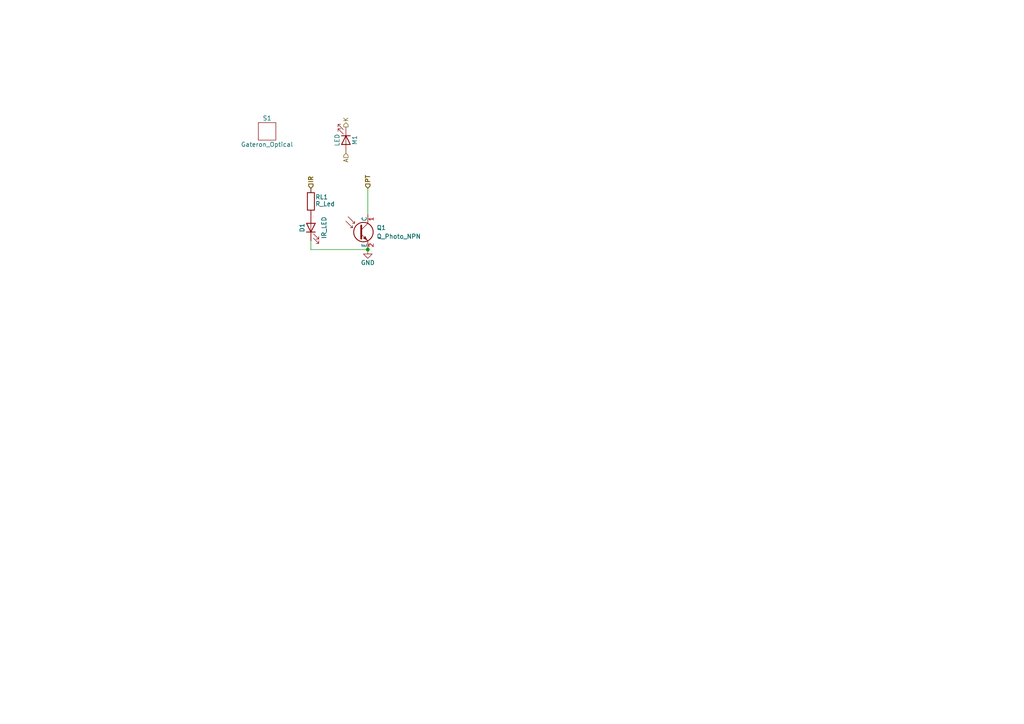
<source format=kicad_sch>
(kicad_sch (version 20211123) (generator eeschema)
  (paper "A4")
  (lib_symbols
    (symbol "MySymbols:Gateron_Optical"
      (property "Reference" "S" (at 0 3.81 0))
      (property "Value" "Gateron_Optical" (at 0 -3.81 0))
      (symbol "Gateron_Optical_0_1"
        (rectangle (start -2.54 2.54) (end 2.54 -2.54) (stroke (width 0.1524)))
      )
    )
    (symbol "MySymbols:IR_LED" (pin_numbers hide) (pin_names (offset 1.016) hide)
      (property "Reference" "D" (at 0 2.54 0))
      (property "Value" "IR_LED" (at 0 -3.81 0))
      (symbol "IR_LED_0_1"
        (polyline (pts (xy -1.27 -1.27) (xy -1.27 1.27)) (stroke (width 0.254)))
        (polyline (pts (xy -1.27 0) (xy 1.27 0)))
        (polyline (pts (xy 1.27 -1.27) (xy 1.27 1.27) (xy -1.27 0) (xy 1.27 -1.27)) (stroke (width 0.254)))
        (polyline (pts (xy -3.048 -0.762) (xy -4.572 -2.286) (xy -3.81 -2.286) (xy -4.572 -2.286) (xy -4.572 -1.524)))
        (polyline (pts (xy -1.778 -0.762) (xy -3.302 -2.286) (xy -2.54 -2.286) (xy -3.302 -2.286) (xy -3.302 -1.524)))
      )
      (symbol "IR_LED_1_1"
        (pin passive line (at -3.81 0 0) (length 2.54) (name "K") (number "1"))
        (pin passive line (at 3.81 0 180) (length 2.54) (name "A") (number "2"))
      )
    )
    (symbol "MySymbols:LED" (pin_numbers hide) (pin_names (offset 1.016) hide)
      (property "Reference" "M" (at 0 2.54 0))
      (property "Value" "LED" (at 0 -2.54 0))
      (symbol "LED_0_1"
        (polyline (pts (xy -1.27 -1.27) (xy -1.27 1.27)) (stroke (width 0.254)))
        (polyline (pts (xy -1.27 0) (xy 1.27 0)))
        (polyline (pts (xy 1.27 -1.27) (xy 1.27 1.27) (xy -1.27 0) (xy 1.27 -1.27)) (stroke (width 0.254)))
        (polyline (pts (xy -3.048 -0.762) (xy -4.572 -2.286) (xy -3.81 -2.286) (xy -4.572 -2.286) (xy -4.572 -1.524)))
        (polyline (pts (xy -1.778 -0.762) (xy -3.302 -2.286) (xy -2.54 -2.286) (xy -3.302 -2.286) (xy -3.302 -1.524)))
      )
      (symbol "LED_1_1"
        (pin passive line (at -3.81 0 0) (length 2.54) (name "K") (number "1"))
        (pin passive line (at 3.81 0 180) (length 2.54) (name "A") (number "2"))
      )
    )
    (symbol "MySymbols:Q_Photo_NPN" (pin_names (offset 0))
      (property "Reference" "Q" (at 5.08 1.27 0))
      (property "Value" "Q_Photo_NPN" (at 5.08 -1.27 0))
      (symbol "Q_Photo_NPN_0_1"
        (polyline (pts (xy -1.905 1.27) (xy -2.54 1.27)))
        (polyline (pts (xy -1.27 2.54) (xy -1.905 2.54)))
        (polyline (pts (xy 0.635 0.635) (xy 2.54 2.54)))
        (polyline (pts (xy -3.81 3.175) (xy -1.905 1.27) (xy -1.905 1.905)))
        (polyline (pts (xy -3.175 4.445) (xy -1.27 2.54) (xy -1.27 3.175)))
        (polyline (pts (xy 0.635 -0.635) (xy 2.54 -2.54) (xy 2.54 -2.54)))
        (polyline (pts (xy 0.635 1.905) (xy 0.635 -1.905) (xy 0.635 -1.905)) (stroke (width 0.508)))
        (polyline (pts (xy 1.27 -1.778) (xy 1.778 -1.27) (xy 2.286 -2.286) (xy 1.27 -1.778) (xy 1.27 -1.778)) (fill (type outline)))
        (circle (center 1.27 0) (radius 2.8194) (stroke (width 0.254)))
      )
      (symbol "Q_Photo_NPN_1_1"
        (pin passive line (at 2.54 5.08 270) (length 2.54) (name "C") (number "1"))
        (pin passive line (at 2.54 -5.08 90) (length 2.54) (name "E") (number "2"))
      )
    )
    (symbol "MySymbols:R_Led" (pin_numbers hide) (pin_names (offset 0))
      (property "Reference" "RL" (at 1.27 1.27 0))
      (property "Value" "R_Led" (at 1.27 0 0))
      (symbol "R_Led_0_1"
        (rectangle (start -1.016 2.54) (end 1.016 -2.54) (stroke (width 0.254)))
      )
      (symbol "R_Led_1_1"
        (pin passive line (at 0 3.81 270) (length 1.27) (name "~") (number "1"))
        (pin passive line (at 0 -3.81 90) (length 1.27) (name "~") (number "2"))
      )
    )
    (symbol "power:GND" (power) (pin_names (offset 0))
      (property "Value" "GND" (at 0 -3.81 0))
      (symbol "GND_0_1"
        (polyline (pts (xy 0 0) (xy 0 -1.27) (xy 1.27 -1.27) (xy 0 -2.54) (xy -1.27 -1.27) (xy 0 -1.27)))
      )
      (symbol "GND_1_1"
        (pin power_in line (at 0 0 270) (length 0) hide (name "GND") (number "1"))
      )
    )
  )
  (junction (at 106.68 72.39))
  (wire (pts (xy 90.17 69.85) (xy 90.17 72.39)))
  (wire (pts (xy 90.17 72.39) (xy 106.68 72.39)))
  (wire (pts (xy 106.68 54.61) (xy 106.68 62.23)))
  (hierarchical_label "K" (shape output) (at 100.33 36.83 90))
  (hierarchical_label "IR" (shape input) (at 90.17 54.61 90) (effects (font (thickness 0.254) bold)))
  (hierarchical_label "PT" (shape input) (at 106.68 54.61 90) (effects (font (thickness 0.254) bold)))
  (hierarchical_label "A" (shape input) (at 100.33 44.45 270))
  (symbol (lib_id "MySymbols:IR_LED") (at 90.17 66.04 90) (unit 1)
    (property "Reference" "D1" (at 87.63 66.04 0))
    (property "Value" "IR_LED" (at 93.98 66.04 0))
    (property "Footprint" "MyFootprints:Everlight_IR_IR12-21C_TR8" (effects hide))
    (property "JLC" "SMD_1.0x3.0x2.0" (effects hide))
    (property "LCSC" "C53672" (effects hide))
  )
  (symbol (lib_id "MySymbols:Q_Photo_NPN") (at 104.14 67.31 0) (unit 1)
    (property "Reference" "Q1" (at 109.22 66.04 0) (effects (justify left)))
    (property "Value" "Q_Photo_NPN" (at 109.22 68.58 0) (effects (justify left)))
    (property "Footprint" "MyFootprints:Everlight_PT_PT12-21C_TR8" (effects hide))
    (property "JLC" "SMD_1.0x3.0x2.0" (effects hide))
    (property "LCSC" "C264383" (effects hide))
  )
  (symbol (lib_id "MySymbols:Gateron_Optical") (at 77.47 38.1 0) (unit 1)
    (property "Reference" "S1" (at 77.47 34.29 0))
    (property "Value" "Gateron_Optical" (at 77.47 41.91 0))
    (property "Footprint" "MyFootprints:Gateron_Sw_1u" (effects hide))
  )
  (symbol (lib_id "MySymbols:R_Led") (at 90.17 58.42 0) (unit 1)
    (property "Reference" "RL1" (at 91.44 57.15 0) (effects (justify left)))
    (property "Value" "R_Led" (at 91.44 58.42 0) (effects (justify left top)))
    (property "Footprint" "Resistor_SMD:R_0603_1608Metric" (effects hide))
    (property "JLC" "0603-1608" (effects hide))
    (property "LCSC" "C4190" (effects hide))
  )
  (symbol (lib_id "MySymbols:LED") (at 100.33 40.64 270) (unit 1)
    (property "Reference" "M1" (at 102.87 40.64 0))
    (property "Value" "LED" (at 97.79 40.64 0))
    (property "Footprint" "Diode_SMD:D_0603_1608Metric" (effects hide))
    (property "JLC" "white_led_0603" (effects hide))
    (property "LCSC" "C158100" (effects hide))
  )
  (symbol (lib_id "power:GND") (at 106.68 72.39 0) (unit 1)
    (property "Reference" "#PWR016" (effects hide))
    (property "Value" "GND" (at 106.68 76.2 0))
  )
)
</source>
